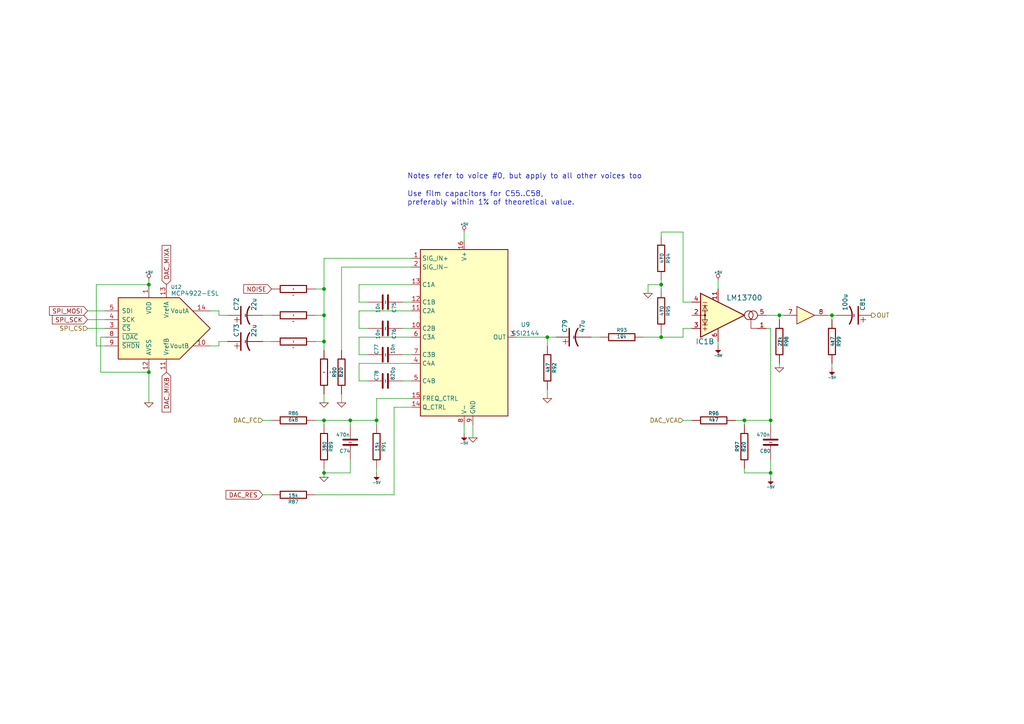
<source format=kicad_sch>
(kicad_sch (version 20230121) (generator eeschema)
  (paper "A4")
  (title_block (title "Voice for OverCycler 3") (date "2023-10-16") (rev "1") (company "GliGli's DIY"))
  (lib_symbols
    (symbol "Analog_DAC:MCP4922-ESL" (pin_names (offset 1.016))
      (property "Reference" "U" (at -10.16 10.16 0))
      (property "Value" "MCP4922-ESL" (at 3.81 10.16 0))
      (symbol "MCP4922-ESL_0_1"
        (polyline (pts (xy -11.43 8.89) (xy 6.35 8.89) (xy 15.24 0) (xy 6.35 -8.89) (xy -11.43 -8.89) (xy -11.43 8.89)) (stroke (width 0.254)) (fill (type background)))
      )
      (symbol "MCP4922-ESL_1_1"
        (pin power_in line (at -2.54 12.7 270) (length 3.81) (name "VDD") (number "1"))
        (pin passive line (at 15.24 -5.08 180) (length 5.08) (name "VoutB") (number "10"))
        (pin passive line (at 2.54 -12.7 90) (length 3.81) (name "VrefB") (number "11"))
        (pin power_in line (at -2.54 -12.7 90) (length 3.81) (name "AVSS") (number "12"))
        (pin passive line (at 2.54 12.7 270) (length 3.81) (name "VrefA") (number "13"))
        (pin passive line (at 15.24 5.08 180) (length 5.08) (name "VoutA") (number "14"))
        (pin no_connect line (at -5.08 -8.89 90) (length 2.54) hide (name "NC") (number "2"))
        (pin input line (at -15.24 0 0) (length 3.81) (name "~{CS}") (number "3"))
        (pin input line (at -15.24 2.54 0) (length 3.81) (name "SCK") (number "4"))
        (pin input line (at -15.24 5.08 0) (length 3.81) (name "SDI") (number "5"))
        (pin no_connect line (at -7.62 -8.89 90) (length 2.54) hide (name "NC") (number "6"))
        (pin no_connect line (at -10.16 -8.89 90) (length 2.54) hide (name "NC") (number "7"))
        (pin input line (at -15.24 -2.54 0) (length 3.81) (name "~{LDAC}") (number "8"))
        (pin input line (at -15.24 -5.08 0) (length 3.81) (name "~{SHDN}") (number "9"))
      )
    )
    (symbol "Audio:SSI2144"
      (property "Reference" "U" (at -10.16 26.67 0))
      (property "Value" "SSI2144" (at 6.35 26.67 0))
      (symbol "SSI2144_0_1"
        (rectangle (start -12.7 25.4) (end 12.7 -22.86) (stroke (width 0.254)) (fill (type background)))
      )
      (symbol "SSI2144_1_1"
        (pin input line (at -15.24 22.86 0) (length 2.54) (name "SIG_IN+") (number "1"))
        (pin passive line (at -15.24 2.54 0) (length 2.54) (name "C2B") (number "10"))
        (pin passive line (at -15.24 7.62 0) (length 2.54) (name "C2A") (number "11"))
        (pin passive line (at -15.24 10.16 0) (length 2.54) (name "C1B") (number "12"))
        (pin passive line (at -15.24 15.24 0) (length 2.54) (name "C1A") (number "13"))
        (pin passive line (at -15.24 -20.32 0) (length 2.54) (name "Q_CTRL") (number "14"))
        (pin passive line (at -15.24 -17.78 0) (length 2.54) (name "FREQ_CTRL") (number "15"))
        (pin power_in line (at 0 27.94 270) (length 2.54) (name "V+") (number "16"))
        (pin input line (at -15.24 20.32 0) (length 2.54) (name "SIG_IN-") (number "2"))
        (pin output line (at 15.24 0 180) (length 2.54) (name "OUT") (number "3"))
        (pin passive line (at -15.24 -7.62 0) (length 2.54) (name "C4A") (number "4"))
        (pin passive line (at -15.24 -12.7 0) (length 2.54) (name "C4B") (number "5"))
        (pin passive line (at -15.24 0 0) (length 2.54) (name "C3A") (number "6"))
        (pin passive line (at -15.24 -5.08 0) (length 2.54) (name "C3B") (number "7"))
        (pin power_in line (at 0 -25.4 90) (length 2.54) (name "V-") (number "8"))
        (pin power_in line (at 2.54 -25.4 90) (length 2.54) (name "GND") (number "9"))
      )
    )
    (symbol "overcycler2-rescue:+5V" (power) (pin_names (offset 1.016))
      (property "Value" "+5V" (at 0 2.286 0))
      (symbol "+5V_0_0"
        (pin power_in line (at 0 0 90) (length 0) hide (name "+5V") (number "1"))
      )
      (symbol "+5V_0_1"
        (polyline (pts (xy 0 0) (xy 0 0.762) (xy 0 0.762) (xy 0 0.762)))
        (circle (center 0 1.27) (radius 0.508))
      )
    )
    (symbol "overcycler2-rescue:-5V" (power) (pin_names (offset 0))
      (property "Value" "-5V" (at 0 2.794 0))
      (symbol "-5V_0_0"
        (pin power_in line (at 0 0 90) (length 0) hide (name "-5V") (number "1"))
      )
      (symbol "-5V_0_1"
        (polyline (pts (xy 0 0) (xy 0 1.27) (xy 0 1.27)))
        (polyline (pts (xy 0 2.032) (xy 0.762 1.27) (xy -0.508 1.27) (xy -0.762 1.27) (xy 0 2.032) (xy 0 2.032) (xy 0 2.032)) (fill (type outline)))
      )
    )
    (symbol "overcycler2-rescue:C" (pin_numbers hide) (pin_names (offset 0.254))
      (property "Reference" "C" (at 0 2.54 0))
      (property "Value" "C" (at 0.1524 -2.159 0))
      (symbol "C_0_1"
        (polyline (pts (xy -2.032 -0.762) (xy 2.032 -0.762)) (stroke (width 0.508)))
        (polyline (pts (xy -2.032 0.762) (xy 2.032 0.762)) (stroke (width 0.508)))
      )
      (symbol "C_1_1"
        (pin passive line (at 0 5.08 270) (length 4.318) (name "~") (number "1"))
        (pin passive line (at 0 -5.08 90) (length 4.318) (name "~") (number "2"))
      )
    )
    (symbol "overcycler2-rescue:CP1" (pin_numbers hide) (pin_names (offset 0.254) hide)
      (property "Reference" "C" (at 1.27 2.54 0))
      (property "Value" "CP1" (at 1.27 -2.54 0))
      (symbol "CP1_0_0"
        (text "+" (at -1.27 2.54 0) (effects (font (size 2.032 2.032))))
      )
      (symbol "CP1_0_1"
        (polyline (pts (xy -2.54 1.27) (xy 2.54 1.27) (xy 1.27 1.27) (xy 1.27 1.27)) (stroke (width 0.381)))
        (arc (start 2.54 -1.27) (mid 0 -0.5009) (end -2.54 -1.27) (stroke (width 0.381)))
      )
      (symbol "CP1_1_1"
        (pin passive line (at 0 5.08 270) (length 3.81) (name "~") (number "1"))
        (pin passive line (at 0 -5.08 90) (length 4.572) (name "~") (number "2"))
      )
    )
    (symbol "overcycler2-rescue:GND" (power) (pin_names (offset 0))
      (symbol "GND_0_1"
        (polyline (pts (xy -1.27 0) (xy 0 -1.27) (xy 1.27 0) (xy -1.27 0)))
      )
      (symbol "GND_1_1"
        (pin power_in line (at 0 0 90) (length 0) hide (name "GND") (number "1"))
      )
    )
    (symbol "overcycler2-rescue:LM13700" (pin_names (offset 1.016) hide)
      (property "Reference" "IC" (at -3.81 -7.62 0))
      (property "Value" "LM13700" (at 7.62 5.08 0))
      (symbol "LM13700_0_0"
        (text "+" (at -3.81 -3.81 0) (effects (font (size 1.524 1.524))))
        (text "-" (at -3.81 3.81 0) (effects (font (size 1.524 1.524))))
      )
      (symbol "LM13700_0_1"
        (circle (center -3.81 0) (radius 0.254) (fill (type outline)))
        (polyline (pts (xy -3.81 3.048) (xy -3.81 -3.048)))
        (polyline (pts (xy 11.43 -3.81) (xy 9.525 -3.81) (xy 9.525 -1.27)))
        (polyline (pts (xy -5.08 6.35) (xy -5.08 -6.35) (xy 7.62 0) (xy -5.08 6.35)) (stroke (width 0.3048)) (fill (type background)))
        (polyline (pts (xy 22.86 2.54) (xy 22.86 -2.54) (xy 27.94 0) (xy 22.86 2.54)) (stroke (width 0.2032)) (fill (type background)))
        (polyline (pts (xy -5.08 0) (xy -3.81 0) (xy -3.81 1.27) (xy -4.572 1.27) (xy -3.81 2.794) (xy -4.572 2.794) (xy -3.048 2.794) (xy -3.81 2.794) (xy -3.048 1.27) (xy -3.81 1.27) (xy -3.81 -1.27) (xy -3.048 -1.27) (xy -3.81 -2.794) (xy -3.048 -2.794) (xy -4.572 -2.794) (xy -3.81 -2.794) (xy -4.572 -1.27) (xy -3.81 -1.27)) (fill (type background)))
        (circle (center 8.89 0) (radius 1.27) (stroke (width 0.2032)))
        (circle (center 10.16 0) (radius 1.27) (stroke (width 0.2032)))
      )
      (symbol "LM13700_1_1"
        (pin input line (at 19.05 0 0) (length 3.81) (name "buffer_in") (number "10"))
        (pin power_in line (at 0 7.62 270) (length 3.81) (name "V+") (number "11"))
        (pin output line (at 13.97 0 180) (length 2.54) (name "out") (number "12"))
        (pin input line (at -7.62 3.81 0) (length 2.54) (name "-") (number "13"))
        (pin input line (at -7.62 -3.81 0) (length 2.54) (name "+") (number "14"))
        (pin input line (at -7.62 0 0) (length 2.54) (name "bias") (number "15"))
        (pin input line (at 13.97 -3.81 180) (length 2.54) (name "Iabc") (number "16"))
        (pin power_in line (at 0 -7.62 90) (length 3.81) (name "V-") (number "6"))
        (pin output line (at 31.75 0 180) (length 3.81) (name "buffer_out") (number "9"))
      )
      (symbol "LM13700_2_1"
        (pin input line (at 13.97 -3.81 180) (length 2.54) (name "Iabc") (number "1"))
        (pin power_in line (at 0 7.62 270) (length 3.81) (name "V+") (number "11"))
        (pin input line (at -7.62 0 0) (length 2.54) (name "bias") (number "2"))
        (pin input line (at -7.62 -3.81 0) (length 2.54) (name "+") (number "3"))
        (pin input line (at -7.62 3.81 0) (length 2.54) (name "-") (number "4"))
        (pin output line (at 13.97 0 180) (length 2.54) (name "out") (number "5"))
        (pin power_in line (at 0 -7.62 90) (length 3.81) (name "V-") (number "6"))
        (pin input line (at 19.05 0 0) (length 3.81) (name "buffer_in") (number "7"))
        (pin output line (at 31.75 0 180) (length 3.81) (name "buffer_out") (number "8"))
      )
    )
    (symbol "overcycler2-rescue:R" (pin_numbers hide) (pin_names (offset 0))
      (property "Reference" "R" (at 2.032 0 90))
      (property "Value" "R" (at 0.1778 0.0254 90))
      (symbol "R_0_1"
        (rectangle (start -1.016 3.81) (end 1.016 -3.81) (stroke (width 0.3048)))
      )
      (symbol "R_1_1"
        (pin passive line (at 0 6.35 270) (length 2.54) (name "~") (number "1"))
        (pin passive line (at 0 -6.35 90) (length 2.54) (name "~") (number "2"))
      )
    )
  )
  (junction (at 191.77 82.55))
  (junction (at 158.75 97.79))
  (junction (at 215.9 121.92))
  (junction (at 43.18 82.55))
  (junction (at 109.22 121.92))
  (junction (at 223.52 137.16))
  (junction (at 101.6 121.92))
  (junction (at 93.98 83.82))
  (junction (at 93.98 121.92))
  (junction (at 241.3 91.44))
  (junction (at 93.98 91.44))
  (junction (at 93.98 99.06))
  (junction (at 43.18 107.95))
  (junction (at 226.06 91.44))
  (junction (at 223.52 121.92))
  (junction (at 191.77 97.79))
  (junction (at 93.98 137.16))
  (wire (pts (xy 76.2 91.44) (xy 78.74 91.44)))
  (wire (pts (xy 104.14 95.25) (xy 104.14 90.17)))
  (wire (pts (xy 158.75 97.79) (xy 158.75 100.33)))
  (wire (pts (xy 76.2 99.06) (xy 78.74 99.06)))
  (wire (pts (xy 191.77 67.31) (xy 198.12 67.31)))
  (wire (pts (xy 158.75 113.03) (xy 158.75 115.57)))
  (wire (pts (xy 99.06 77.47) (xy 119.38 77.47)))
  (wire (pts (xy 104.14 110.49) (xy 104.14 105.41)))
  (wire (pts (xy 223.52 133.35) (xy 223.52 137.16)))
  (wire (pts (xy 93.98 74.93) (xy 119.38 74.93)))
  (wire (pts (xy 104.14 87.63) (xy 104.14 82.55)))
  (wire (pts (xy 198.12 67.31) (xy 198.12 87.63)))
  (wire (pts (xy 91.44 143.51) (xy 114.3 143.51)))
  (wire (pts (xy 104.14 90.17) (xy 119.38 90.17)))
  (wire (pts (xy 106.68 87.63) (xy 104.14 87.63)))
  (wire (pts (xy 171.45 97.79) (xy 173.99 97.79)))
  (wire (pts (xy 222.25 91.44) (xy 226.06 91.44)))
  (wire (pts (xy 215.9 137.16) (xy 215.9 135.89)))
  (wire (pts (xy 43.18 82.55) (xy 43.18 83.82)))
  (wire (pts (xy 241.3 106.68) (xy 241.3 105.41)))
  (wire (pts (xy 158.75 97.79) (xy 161.29 97.79)))
  (wire (pts (xy 226.06 92.71) (xy 226.06 91.44)))
  (wire (pts (xy 63.5 90.17) (xy 63.5 91.44)))
  (wire (pts (xy 43.18 107.95) (xy 43.18 116.84)))
  (wire (pts (xy 223.52 137.16) (xy 223.52 138.43)))
  (wire (pts (xy 25.4 92.71) (xy 30.48 92.71)))
  (wire (pts (xy 93.98 83.82) (xy 91.44 83.82)))
  (wire (pts (xy 101.6 121.92) (xy 101.6 123.19)))
  (wire (pts (xy 191.77 81.28) (xy 191.77 82.55)))
  (wire (pts (xy 29.21 97.79) (xy 30.48 97.79)))
  (wire (pts (xy 223.52 137.16) (xy 215.9 137.16)))
  (wire (pts (xy 106.68 95.25) (xy 104.14 95.25)))
  (wire (pts (xy 198.12 121.92) (xy 200.66 121.92)))
  (wire (pts (xy 29.21 107.95) (xy 43.18 107.95)))
  (wire (pts (xy 30.48 100.33) (xy 27.94 100.33)))
  (wire (pts (xy 241.3 91.44) (xy 242.57 91.44)))
  (wire (pts (xy 99.06 114.3) (xy 99.06 116.84)))
  (wire (pts (xy 99.06 77.47) (xy 99.06 101.6)))
  (wire (pts (xy 208.28 99.06) (xy 208.28 100.33)))
  (wire (pts (xy 134.62 123.19) (xy 134.62 125.73)))
  (wire (pts (xy 215.9 123.19) (xy 215.9 121.92)))
  (wire (pts (xy 226.06 105.41) (xy 226.06 106.68)))
  (wire (pts (xy 116.84 95.25) (xy 119.38 95.25)))
  (wire (pts (xy 91.44 91.44) (xy 93.98 91.44)))
  (wire (pts (xy 93.98 99.06) (xy 91.44 99.06)))
  (wire (pts (xy 187.96 82.55) (xy 187.96 85.09)))
  (wire (pts (xy 93.98 91.44) (xy 93.98 99.06)))
  (wire (pts (xy 101.6 137.16) (xy 101.6 133.35)))
  (wire (pts (xy 191.77 96.52) (xy 191.77 97.79)))
  (wire (pts (xy 93.98 74.93) (xy 93.98 83.82)))
  (wire (pts (xy 104.14 102.87) (xy 104.14 97.79)))
  (wire (pts (xy 104.14 105.41) (xy 119.38 105.41)))
  (wire (pts (xy 104.14 97.79) (xy 119.38 97.79)))
  (wire (pts (xy 63.5 100.33) (xy 63.5 99.06)))
  (wire (pts (xy 93.98 135.89) (xy 93.98 137.16)))
  (wire (pts (xy 109.22 121.92) (xy 109.22 115.57)))
  (wire (pts (xy 223.52 95.25) (xy 222.25 95.25)))
  (wire (pts (xy 43.18 106.68) (xy 43.18 107.95)))
  (wire (pts (xy 186.69 97.79) (xy 191.77 97.79)))
  (wire (pts (xy 198.12 87.63) (xy 200.66 87.63)))
  (wire (pts (xy 43.18 81.28) (xy 43.18 82.55)))
  (wire (pts (xy 226.06 91.44) (xy 227.33 91.44)))
  (wire (pts (xy 213.36 121.92) (xy 215.9 121.92)))
  (wire (pts (xy 76.2 143.51) (xy 78.74 143.51)))
  (wire (pts (xy 208.28 81.28) (xy 208.28 83.82)))
  (wire (pts (xy 116.84 87.63) (xy 119.38 87.63)))
  (wire (pts (xy 223.52 121.92) (xy 223.52 123.19)))
  (wire (pts (xy 104.14 82.55) (xy 119.38 82.55)))
  (wire (pts (xy 134.62 69.85) (xy 134.62 67.31)))
  (wire (pts (xy 198.12 95.25) (xy 200.66 95.25)))
  (wire (pts (xy 93.98 121.92) (xy 93.98 123.19)))
  (wire (pts (xy 106.68 102.87) (xy 104.14 102.87)))
  (wire (pts (xy 29.21 97.79) (xy 29.21 107.95)))
  (wire (pts (xy 116.84 110.49) (xy 119.38 110.49)))
  (wire (pts (xy 106.68 110.49) (xy 104.14 110.49)))
  (wire (pts (xy 25.4 90.17) (xy 30.48 90.17)))
  (wire (pts (xy 191.77 97.79) (xy 198.12 97.79)))
  (wire (pts (xy 149.86 97.79) (xy 158.75 97.79)))
  (wire (pts (xy 93.98 121.92) (xy 101.6 121.92)))
  (wire (pts (xy 114.3 118.11) (xy 114.3 143.51)))
  (wire (pts (xy 93.98 114.3) (xy 93.98 116.84)))
  (wire (pts (xy 223.52 95.25) (xy 223.52 121.92)))
  (wire (pts (xy 215.9 121.92) (xy 223.52 121.92)))
  (wire (pts (xy 63.5 91.44) (xy 66.04 91.44)))
  (wire (pts (xy 93.98 83.82) (xy 93.98 91.44)))
  (wire (pts (xy 240.03 91.44) (xy 241.3 91.44)))
  (wire (pts (xy 116.84 102.87) (xy 119.38 102.87)))
  (wire (pts (xy 191.77 68.58) (xy 191.77 67.31)))
  (wire (pts (xy 27.94 100.33) (xy 27.94 82.55)))
  (wire (pts (xy 241.3 91.44) (xy 241.3 92.71)))
  (wire (pts (xy 101.6 121.92) (xy 109.22 121.92)))
  (wire (pts (xy 76.2 121.92) (xy 78.74 121.92)))
  (wire (pts (xy 114.3 118.11) (xy 119.38 118.11)))
  (wire (pts (xy 137.16 123.19) (xy 137.16 127)))
  (wire (pts (xy 63.5 99.06) (xy 66.04 99.06)))
  (wire (pts (xy 93.98 99.06) (xy 93.98 101.6)))
  (wire (pts (xy 109.22 135.89) (xy 109.22 137.16)))
  (wire (pts (xy 198.12 97.79) (xy 198.12 95.25)))
  (wire (pts (xy 91.44 121.92) (xy 93.98 121.92)))
  (wire (pts (xy 27.94 82.55) (xy 43.18 82.55)))
  (wire (pts (xy 93.98 137.16) (xy 93.98 138.43)))
  (wire (pts (xy 25.4 95.25) (xy 30.48 95.25)))
  (wire (pts (xy 60.96 100.33) (xy 63.5 100.33)))
  (wire (pts (xy 93.98 137.16) (xy 101.6 137.16)))
  (wire (pts (xy 187.96 82.55) (xy 191.77 82.55)))
  (wire (pts (xy 191.77 82.55) (xy 191.77 83.82)))
  (wire (pts (xy 109.22 115.57) (xy 119.38 115.57)))
  (wire (pts (xy 60.96 90.17) (xy 63.5 90.17)))
  (wire (pts (xy 109.22 121.92) (xy 109.22 123.19)))
  (text "Use film capacitors for C55..C58,\npreferably within 1% of theoretical value." (at 118.11 59.69 0) (effects (font (size 1.524 1.524)) (justify left bottom)))
  (text "Notes refer to voice #0, but apply to all other voices too" (at 118.11 52.07 0) (effects (font (size 1.524 1.524)) (justify left bottom)))
  (global_label "SPI_MOSI" (shape input) (at 25.4 90.17 180) (property "Intersheetrefs" "${INTERSHEET_REFS}" (effects hide)))
  (global_label "NOISE" (shape input) (at 78.74 83.82 180) (property "Intersheetrefs" "${INTERSHEET_REFS}" (effects hide)))
  (global_label "SPI_SCK" (shape input) (at 25.4 92.71 180) (property "Intersheetrefs" "${INTERSHEET_REFS}" (effects hide)))
  (global_label "DAC_RES" (shape input) (at 76.2 143.51 180) (property "Intersheetrefs" "${INTERSHEET_REFS}" (effects hide)))
  (global_label "DAC_MIXA" (shape input) (at 48.26 82.55 90) (property "Intersheetrefs" "${INTERSHEET_REFS}" (effects hide)))
  (global_label "DAC_MIXB" (shape input) (at 48.26 107.95 270) (property "Intersheetrefs" "${INTERSHEET_REFS}" (effects hide)))
  (hierarchical_label "OUT" (shape output) (at 252.73 91.44 0))
  (hierarchical_label "DAC_FC" (shape input) (at 76.2 121.92 180))
  (hierarchical_label "DAC_VCA" (shape input) (at 198.12 121.92 180))
  (hierarchical_label "SPI_CS" (shape input) (at 25.4 95.25 180))
  (symbol (lib_id "overcycler2-rescue:GND") (at 137.16 127 0) (unit 1)
    (property "Reference" "#PWR0131" (effects hide))
    (property "Value" "GND" (effects hide))
    (instances (project "overcycler3" (path "" (reference "#PWR0131") (unit 1)) (path "" (reference "#PWR0115") (unit 1)) (path "" (reference "#PWR0179") (unit 1)) (path "" (reference "#PWR0163") (unit 1)) (path "" (reference "#PWR099") (unit 1)) (path "" (reference "#PWR0147") (unit 1))))
  )
  (symbol (lib_id "overcycler2-rescue:+5V") (at 134.62 67.31 0) (unit 1)
    (property "Reference" "#PWR0129" (effects hide))
    (property "Value" "+5V" (at 134.62 65.024 0) (effects (font (size 0.762 0.762))))
    (instances (project "overcycler3" (path "" (reference "#PWR0129") (unit 1)) (path "" (reference "#PWR0113") (unit 1)) (path "" (reference "#PWR0177") (unit 1)) (path "" (reference "#PWR0161") (unit 1)) (path "" (reference "#PWR097") (unit 1)) (path "" (reference "#PWR0145") (unit 1))))
  )
  (symbol (lib_id "overcycler2-rescue:-5V") (at 134.62 125.73 180) (unit 1)
    (property "Reference" "#PWR0130" (effects hide))
    (property "Value" "-5V" (at 134.62 128.524 0) (effects (font (size 0.762 0.762))))
    (instances (project "overcycler3" (path "" (reference "#PWR0130") (unit 1)) (path "" (reference "#PWR0114") (unit 1)) (path "" (reference "#PWR0178") (unit 1)) (path "" (reference "#PWR0162") (unit 1)) (path "" (reference "#PWR098") (unit 1)) (path "" (reference "#PWR0146") (unit 1))))
  )
  (symbol (lib_id "overcycler2-rescue:C") (at 111.76 87.63 270) (unit 1)
    (property "Reference" "C75" (at 114.3 87.63 0) (effects (font (size 1.016 1.016)) (justify left)))
    (property "Value" "10n" (at 109.601 87.7824 0) (effects (font (size 1.016 1.016)) (justify left)))
    (property "Footprint" "Capacitor_SMD:C_0603_1608Metric" (effects hide))
    (property "Datasheet" "~" (at 111.76 87.63 0) (effects (font (size 1.524 1.524))))
    (instances (project "overcycler3" (path "" (reference "C75") (unit 1)) (path "" (reference "C65") (unit 1)) (path "" (reference "C105") (unit 1)) (path "" (reference "C95") (unit 1)) (path "" (reference "C55") (unit 1)) (path "" (reference "C85") (unit 1))))
  )
  (symbol (lib_id "overcycler2-rescue:C") (at 111.76 95.25 270) (unit 1)
    (property "Reference" "C76" (at 114.3 95.25 0) (effects (font (size 1.016 1.016)) (justify left)))
    (property "Value" "10n" (at 109.601 95.4024 0) (effects (font (size 1.016 1.016)) (justify left)))
    (property "Footprint" "Capacitor_SMD:C_0603_1608Metric" (effects hide))
    (property "Datasheet" "~" (at 111.76 95.25 0) (effects (font (size 1.524 1.524))))
    (instances (project "overcycler3" (path "" (reference "C76") (unit 1)) (path "" (reference "C66") (unit 1)) (path "" (reference "C106") (unit 1)) (path "" (reference "C96") (unit 1)) (path "" (reference "C56") (unit 1)) (path "" (reference "C86") (unit 1))))
  )
  (symbol (lib_id "overcycler2-rescue:C") (at 111.76 102.87 90) (unit 1)
    (property "Reference" "C77" (at 109.22 102.87 0) (effects (font (size 1.016 1.016)) (justify left)))
    (property "Value" "10n" (at 113.919 102.7176 0) (effects (font (size 1.016 1.016)) (justify left)))
    (property "Footprint" "Capacitor_SMD:C_0603_1608Metric" (effects hide))
    (property "Datasheet" "~" (at 111.76 102.87 0) (effects (font (size 1.524 1.524))))
    (instances (project "overcycler3" (path "" (reference "C77") (unit 1)) (path "" (reference "C67") (unit 1)) (path "" (reference "C107") (unit 1)) (path "" (reference "C97") (unit 1)) (path "" (reference "C57") (unit 1)) (path "" (reference "C87") (unit 1))))
  )
  (symbol (lib_id "overcycler2-rescue:C") (at 111.76 110.49 90) (unit 1)
    (property "Reference" "C78" (at 109.22 110.49 0) (effects (font (size 1.016 1.016)) (justify left)))
    (property "Value" "820p" (at 113.919 110.3376 0) (effects (font (size 1.016 1.016)) (justify left)))
    (property "Footprint" "Capacitor_SMD:C_0603_1608Metric" (effects hide))
    (property "Datasheet" "~" (at 111.76 110.49 0) (effects (font (size 1.524 1.524))))
    (instances (project "overcycler3" (path "" (reference "C78") (unit 1)) (path "" (reference "C68") (unit 1)) (path "" (reference "C108") (unit 1)) (path "" (reference "C98") (unit 1)) (path "" (reference "C58") (unit 1)) (path "" (reference "C88") (unit 1))))
  )
  (symbol (lib_id "overcycler2-rescue:R") (at 99.06 107.95 180) (unit 1)
    (property "Reference" "R90" (at 97.028 107.95 90) (effects (font (size 1.016 1.016))))
    (property "Value" "820" (at 98.8822 107.9754 90) (effects (font (size 1.016 1.016))))
    (property "Footprint" "Resistor_SMD:R_0805_2012Metric" (effects hide))
    (property "Datasheet" "~" (at 99.06 107.95 0) (effects (font (size 0.762 0.762))))
    (instances (project "overcycler3" (path "" (reference "R90") (unit 1)) (path "" (reference "R73") (unit 1)) (path "" (reference "R141") (unit 1)) (path "" (reference "R124") (unit 1)) (path "" (reference "R56") (unit 1)) (path "" (reference "R107") (unit 1))))
  )
  (symbol (lib_id "overcycler2-rescue:GND") (at 99.06 116.84 0) (unit 1)
    (property "Reference" "#PWR0127" (effects hide))
    (property "Value" "GND" (effects hide))
    (instances (project "overcycler3" (path "" (reference "#PWR0127") (unit 1)) (path "" (reference "#PWR0111") (unit 1)) (path "" (reference "#PWR0175") (unit 1)) (path "" (reference "#PWR0159") (unit 1)) (path "" (reference "#PWR095") (unit 1)) (path "" (reference "#PWR0143") (unit 1))))
  )
  (symbol (lib_id "overcycler2-rescue:R") (at 93.98 129.54 0) (unit 1)
    (property "Reference" "R89" (at 96.012 129.54 90) (effects (font (size 1.016 1.016))))
    (property "Value" "390" (at 94.1578 129.5146 90) (effects (font (size 1.016 1.016))))
    (property "Footprint" "Resistor_SMD:R_0805_2012Metric" (effects hide))
    (property "Datasheet" "~" (at 93.98 129.54 0) (effects (font (size 0.762 0.762))))
    (instances (project "overcycler3" (path "" (reference "R89") (unit 1)) (path "" (reference "R72") (unit 1)) (path "" (reference "R140") (unit 1)) (path "" (reference "R123") (unit 1)) (path "" (reference "R55") (unit 1)) (path "" (reference "R106") (unit 1))))
  )
  (symbol (lib_id "overcycler2-rescue:R") (at 85.09 143.51 90) (mirror x) (unit 1)
    (property "Reference" "R87" (at 85.09 145.542 90) (effects (font (size 1.016 1.016))))
    (property "Value" "15k" (at 85.0646 143.6878 90) (effects (font (size 1.016 1.016))))
    (property "Footprint" "Resistor_SMD:R_0805_2012Metric" (effects hide))
    (property "Datasheet" "~" (at 85.09 143.51 0) (effects (font (size 0.762 0.762))))
    (instances (project "overcycler3" (path "" (reference "R87") (unit 1)) (path "" (reference "R70") (unit 1)) (path "" (reference "R138") (unit 1)) (path "" (reference "R121") (unit 1)) (path "" (reference "R53") (unit 1)) (path "" (reference "R104") (unit 1))))
  )
  (symbol (lib_id "overcycler2-rescue:R") (at 85.09 121.92 90) (unit 1)
    (property "Reference" "R86" (at 85.09 119.888 90) (effects (font (size 1.016 1.016))))
    (property "Value" "6k8" (at 85.0646 121.7422 90) (effects (font (size 1.016 1.016))))
    (property "Footprint" "Resistor_SMD:R_0805_2012Metric" (effects hide))
    (property "Datasheet" "~" (at 85.09 121.92 0) (effects (font (size 0.762 0.762))))
    (instances (project "overcycler3" (path "" (reference "R86") (unit 1)) (path "" (reference "R69") (unit 1)) (path "" (reference "R137") (unit 1)) (path "" (reference "R120") (unit 1)) (path "" (reference "R52") (unit 1)) (path "" (reference "R103") (unit 1))))
  )
  (symbol (lib_id "overcycler2-rescue:R") (at 109.22 129.54 0) (unit 1)
    (property "Reference" "R91" (at 111.252 129.54 90) (effects (font (size 1.016 1.016))))
    (property "Value" "15k" (at 109.3978 129.5146 90) (effects (font (size 1.016 1.016))))
    (property "Footprint" "Resistor_SMD:R_0805_2012Metric" (effects hide))
    (property "Datasheet" "~" (at 109.22 129.54 0) (effects (font (size 0.762 0.762))))
    (instances (project "overcycler3" (path "" (reference "R91") (unit 1)) (path "" (reference "R74") (unit 1)) (path "" (reference "R142") (unit 1)) (path "" (reference "R125") (unit 1)) (path "" (reference "R57") (unit 1)) (path "" (reference "R108") (unit 1))))
  )
  (symbol (lib_id "overcycler2-rescue:-5V") (at 223.52 138.43 180) (unit 1)
    (property "Reference" "#PWR0136" (effects hide))
    (property "Value" "-5V" (at 223.52 141.224 0) (effects (font (size 0.762 0.762))))
    (instances (project "overcycler3" (path "" (reference "#PWR0136") (unit 1)) (path "" (reference "#PWR0120") (unit 1)) (path "" (reference "#PWR0184") (unit 1)) (path "" (reference "#PWR0168") (unit 1)) (path "" (reference "#PWR0104") (unit 1)) (path "" (reference "#PWR0152") (unit 1))))
  )
  (symbol (lib_id "overcycler2-rescue:CP1") (at 166.37 97.79 90) (unit 1)
    (property "Reference" "C79" (at 163.83 96.52 0) (effects (justify left)))
    (property "Value" "47u" (at 168.91 96.52 0) (effects (justify left)))
    (property "Footprint" "Capacitor_SMD:C_1206_3216Metric" (effects hide))
    (property "Datasheet" "~" (at 166.37 97.79 0) (effects (font (size 1.524 1.524))))
    (instances (project "overcycler3" (path "" (reference "C79") (unit 1)) (path "" (reference "C69") (unit 1)) (path "" (reference "C109") (unit 1)) (path "" (reference "C99") (unit 1)) (path "" (reference "C59") (unit 1)) (path "" (reference "C89") (unit 1))))
  )
  (symbol (lib_id "overcycler2-rescue:R") (at 158.75 106.68 0) (unit 1)
    (property "Reference" "R92" (at 160.782 106.68 90) (effects (font (size 1.016 1.016))))
    (property "Value" "4k7" (at 158.9278 106.6546 90) (effects (font (size 1.016 1.016))))
    (property "Footprint" "Resistor_SMD:R_0805_2012Metric" (effects hide))
    (property "Datasheet" "~" (at 158.75 106.68 0) (effects (font (size 0.762 0.762))))
    (instances (project "overcycler3" (path "" (reference "R92") (unit 1)) (path "" (reference "R75") (unit 1)) (path "" (reference "R143") (unit 1)) (path "" (reference "R126") (unit 1)) (path "" (reference "R58") (unit 1)) (path "" (reference "R109") (unit 1))))
  )
  (symbol (lib_id "Analog_DAC:MCP4922-ESL") (at 45.72 95.25 0) (unit 1)
    (property "Reference" "U12" (at 49.53 83.82 0) (effects (font (size 1.016 1.016)) (justify left bottom)))
    (property "Value" "MCP4922-ESL" (at 49.53 85.09 0) (effects (justify left)))
    (property "Footprint" "Package_SO:SO-14_3.9x8.65mm_P1.27mm" (effects hide))
    (property "Datasheet" "http://ww1.microchip.com/downloads/en/devicedoc/21897a.pdf" (effects hide))
    (instances (project "overcycler3" (path "" (reference "U12") (unit 1)) (path "" (reference "U10") (unit 1)) (path "" (reference "U18") (unit 1)) (path "" (reference "U16") (unit 1)) (path "" (reference "U8") (unit 1)) (path "" (reference "U14") (unit 1))))
  )
  (symbol (lib_id "overcycler2-rescue:R") (at 85.09 91.44 90) (unit 1)
    (property "Reference" "R84" (at 85.09 88.9 90) (effects (font (size 1.524 1.524))))
    (property "Value" "15k" (at 85.09 91.44 90) (effects (font (size 1.524 1.524))))
    (property "Footprint" "Resistor_SMD:R_0805_2012Metric" (effects hide))
    (property "Reference" "R" (effects hide))
    (property "Value" "15k" (effects hide))
    (property "Footprint" "~" (at 85.09 93.218 90) (effects (font (size 0.762 0.762))))
    (property "Datasheet" "~" (at 85.09 91.44 0) (effects (font (size 0.762 0.762))))
    (instances (project "overcycler3" (path "" (reference "R84") (unit 1)) (path "" (reference "R67") (unit 1)) (path "" (reference "R135") (unit 1)) (path "" (reference "R118") (unit 1)) (path "" (reference "R50") (unit 1)) (path "" (reference "R101") (unit 1))))
  )
  (symbol (lib_id "overcycler2-rescue:CP1") (at 71.12 91.44 90) (unit 1)
    (property "Reference" "C72" (at 68.58 90.17 0) (effects (justify left)))
    (property "Value" "22u" (at 73.66 90.17 0) (effects (justify left)))
    (property "Footprint" "Capacitor_SMD:C_0805_2012Metric" (effects hide))
    (property "Datasheet" "~" (at 71.12 91.44 0) (effects (font (size 1.524 1.524))))
    (instances (project "overcycler3" (path "" (reference "C72") (unit 1)) (path "" (reference "C62") (unit 1)) (path "" (reference "C102") (unit 1)) (path "" (reference "C92") (unit 1)) (path "" (reference "C52") (unit 1)) (path "" (reference "C82") (unit 1))))
  )
  (symbol (lib_id "overcycler2-rescue:+5V") (at 43.18 81.28 0) (unit 1)
    (property "Reference" "#PWR0123" (effects hide))
    (property "Value" "+5V" (at 43.18 78.994 0) (effects (font (size 0.762 0.762))))
    (instances (project "overcycler3" (path "" (reference "#PWR0123") (unit 1)) (path "" (reference "#PWR0107") (unit 1)) (path "" (reference "#PWR0171") (unit 1)) (path "" (reference "#PWR0155") (unit 1)) (path "" (reference "#PWR091") (unit 1)) (path "" (reference "#PWR0139") (unit 1))))
  )
  (symbol (lib_id "overcycler2-rescue:GND") (at 43.18 116.84 0) (unit 1)
    (property "Reference" "#PWR0124" (effects hide))
    (property "Value" "GND" (effects hide))
    (instances (project "overcycler3" (path "" (reference "#PWR0124") (unit 1)) (path "" (reference "#PWR0108") (unit 1)) (path "" (reference "#PWR0172") (unit 1)) (path "" (reference "#PWR0156") (unit 1)) (path "" (reference "#PWR092") (unit 1)) (path "" (reference "#PWR0140") (unit 1))))
  )
  (symbol (lib_id "overcycler2-rescue:CP1") (at 71.12 99.06 90) (unit 1)
    (property "Reference" "C73" (at 68.58 97.79 0) (effects (justify left)))
    (property "Value" "22u" (at 73.66 97.79 0) (effects (justify left)))
    (property "Footprint" "Capacitor_SMD:C_0805_2012Metric" (effects hide))
    (property "Datasheet" "~" (at 71.12 99.06 0) (effects (font (size 1.524 1.524))))
    (instances (project "overcycler3" (path "" (reference "C73") (unit 1)) (path "" (reference "C63") (unit 1)) (path "" (reference "C103") (unit 1)) (path "" (reference "C93") (unit 1)) (path "" (reference "C53") (unit 1)) (path "" (reference "C83") (unit 1))))
  )
  (symbol (lib_id "overcycler2-rescue:R") (at 85.09 99.06 90) (unit 1)
    (property "Reference" "R85" (at 85.09 96.52 90) (effects (font (size 1.524 1.524))))
    (property "Value" "15k" (at 85.09 99.06 90) (effects (font (size 1.524 1.524))))
    (property "Footprint" "Resistor_SMD:R_0805_2012Metric" (effects hide))
    (property "Reference" "R" (effects hide))
    (property "Value" "15k" (effects hide))
    (property "Footprint" "~" (at 85.09 100.838 90) (effects (font (size 0.762 0.762))))
    (property "Datasheet" "~" (at 85.09 99.06 0) (effects (font (size 0.762 0.762))))
    (instances (project "overcycler3" (path "" (reference "R85") (unit 1)) (path "" (reference "R68") (unit 1)) (path "" (reference "R136") (unit 1)) (path "" (reference "R119") (unit 1)) (path "" (reference "R51") (unit 1)) (path "" (reference "R102") (unit 1))))
  )
  (symbol (lib_id "overcycler2-rescue:R") (at 85.09 83.82 90) (unit 1)
    (property "Reference" "R83" (at 85.09 81.28 90) (effects (font (size 1.524 1.524))))
    (property "Value" "22k" (at 85.09 83.82 90) (effects (font (size 1.524 1.524))))
    (property "Footprint" "Resistor_SMD:R_0805_2012Metric" (effects hide))
    (property "Reference" "R" (effects hide))
    (property "Value" "15k" (effects hide))
    (property "Footprint" "~" (at 85.09 85.598 90) (effects (font (size 0.762 0.762))))
    (property "Datasheet" "~" (at 85.09 83.82 0) (effects (font (size 0.762 0.762))))
    (instances (project "overcycler3" (path "" (reference "R83") (unit 1)) (path "" (reference "R66") (unit 1)) (path "" (reference "R134") (unit 1)) (path "" (reference "R117") (unit 1)) (path "" (reference "R49") (unit 1)) (path "" (reference "R100") (unit 1))))
  )
  (symbol (lib_id "overcycler2-rescue:R") (at 93.98 107.95 180) (unit 1)
    (property "Reference" "R88" (at 91.44 107.95 90) (effects (font (size 1.524 1.524))))
    (property "Value" "820" (at 93.98 107.95 90) (effects (font (size 1.524 1.524))))
    (property "Footprint" "Resistor_SMD:R_0805_2012Metric" (effects hide))
    (property "Reference" "R" (effects hide))
    (property "Value" "15k" (effects hide))
    (property "Footprint" "~" (at 95.758 107.95 90) (effects (font (size 0.762 0.762))))
    (property "Datasheet" "~" (at 93.98 107.95 0) (effects (font (size 0.762 0.762))))
    (instances (project "overcycler3" (path "" (reference "R88") (unit 1)) (path "" (reference "R71") (unit 1)) (path "" (reference "R139") (unit 1)) (path "" (reference "R122") (unit 1)) (path "" (reference "R54") (unit 1)) (path "" (reference "R105") (unit 1))))
  )
  (symbol (lib_id "overcycler2-rescue:LM13700") (at 208.28 91.44 0) (unit 2)
    (property "Reference" "IC1" (at 204.47 99.06 0) (effects (font (size 1.524 1.524))))
    (property "Value" "LM13700" (at 215.9 86.36 0) (effects (font (size 1.524 1.524))))
    (property "Footprint" "Package_SO:SO-16_3.9x9.9mm_P1.27mm" (effects hide))
    (instances (project "overcycler3" (path "" (reference "IC1") (unit 2)) (path "" (reference "IC2") (unit 2)) (path "" (reference "IC3") (unit 2)) (path "" (reference "IC2") (unit 1)) (path "" (reference "IC1") (unit 1)) (path "" (reference "IC3") (unit 1))))
  )
  (symbol (lib_id "overcycler2-rescue:R") (at 207.01 121.92 90) (unit 1)
    (property "Reference" "R96" (at 207.01 119.888 90) (effects (font (size 1.016 1.016))))
    (property "Value" "4k7" (at 206.9846 121.7422 90) (effects (font (size 1.016 1.016))))
    (property "Footprint" "Resistor_SMD:R_0805_2012Metric" (effects hide))
    (property "Datasheet" "~" (at 207.01 121.92 0) (effects (font (size 0.762 0.762))))
    (instances (project "overcycler3" (path "" (reference "R96") (unit 1)) (path "" (reference "R79") (unit 1)) (path "" (reference "R147") (unit 1)) (path "" (reference "R130") (unit 1)) (path "" (reference "R62") (unit 1)) (path "" (reference "R113") (unit 1))))
  )
  (symbol (lib_id "overcycler2-rescue:R") (at 215.9 129.54 180) (unit 1)
    (property "Reference" "R97" (at 213.868 129.54 90) (effects (font (size 1.016 1.016))))
    (property "Value" "820" (at 215.7222 129.5654 90) (effects (font (size 1.016 1.016))))
    (property "Footprint" "Resistor_SMD:R_0805_2012Metric" (effects hide))
    (property "Datasheet" "~" (at 215.9 129.54 0) (effects (font (size 0.762 0.762))))
    (instances (project "overcycler3" (path "" (reference "R97") (unit 1)) (path "" (reference "R80") (unit 1)) (path "" (reference "R148") (unit 1)) (path "" (reference "R131") (unit 1)) (path "" (reference "R63") (unit 1)) (path "" (reference "R114") (unit 1))))
  )
  (symbol (lib_id "overcycler2-rescue:C") (at 223.52 128.27 180) (unit 1)
    (property "Reference" "C80" (at 223.52 130.81 0) (effects (font (size 1.016 1.016)) (justify left)))
    (property "Value" "470n" (at 223.3676 126.111 0) (effects (font (size 1.016 1.016)) (justify left)))
    (property "Footprint" "Capacitor_SMD:C_0805_2012Metric" (effects hide))
    (property "Datasheet" "~" (at 223.52 128.27 0) (effects (font (size 1.524 1.524))))
    (instances (project "overcycler3" (path "" (reference "C80") (unit 1)) (path "" (reference "C70") (unit 1)) (path "" (reference "C110") (unit 1)) (path "" (reference "C100") (unit 1)) (path "" (reference "C60") (unit 1)) (path "" (reference "C90") (unit 1))))
  )
  (symbol (lib_id "overcycler2-rescue:+5V") (at 208.28 81.28 0) (unit 1)
    (property "Reference" "#PWR0134" (effects hide))
    (property "Value" "+5V" (at 208.28 78.994 0) (effects (font (size 0.762 0.762))))
    (instances (project "overcycler3" (path "" (reference "#PWR0134") (unit 1)) (path "" (reference "#PWR0118") (unit 1)) (path "" (reference "#PWR0182") (unit 1)) (path "" (reference "#PWR0166") (unit 1)) (path "" (reference "#PWR0102") (unit 1)) (path "" (reference "#PWR0150") (unit 1))))
  )
  (symbol (lib_id "overcycler2-rescue:-5V") (at 208.28 100.33 180) (unit 1)
    (property "Reference" "#PWR0135" (effects hide))
    (property "Value" "-5V" (at 208.28 103.124 0) (effects (font (size 0.762 0.762))))
    (instances (project "overcycler3" (path "" (reference "#PWR0135") (unit 1)) (path "" (reference "#PWR0119") (unit 1)) (path "" (reference "#PWR0183") (unit 1)) (path "" (reference "#PWR0167") (unit 1)) (path "" (reference "#PWR0103") (unit 1)) (path "" (reference "#PWR0151") (unit 1))))
  )
  (symbol (lib_id "overcycler2-rescue:R") (at 226.06 99.06 0) (unit 1)
    (property "Reference" "R98" (at 228.092 99.06 90) (effects (font (size 1.016 1.016))))
    (property "Value" "22k" (at 226.2378 99.0346 90) (effects (font (size 1.016 1.016))))
    (property "Footprint" "Resistor_SMD:R_0805_2012Metric" (effects hide))
    (property "Datasheet" "~" (at 226.06 99.06 0) (effects (font (size 0.762 0.762))))
    (instances (project "overcycler3" (path "" (reference "R98") (unit 1)) (path "" (reference "R81") (unit 1)) (path "" (reference "R149") (unit 1)) (path "" (reference "R132") (unit 1)) (path "" (reference "R64") (unit 1)) (path "" (reference "R115") (unit 1))))
  )
  (symbol (lib_id "overcycler2-rescue:R") (at 241.3 99.06 0) (unit 1)
    (property "Reference" "R99" (at 243.332 99.06 90) (effects (font (size 1.016 1.016))))
    (property "Value" "4k7" (at 241.4778 99.0346 90) (effects (font (size 1.016 1.016))))
    (property "Footprint" "Resistor_SMD:R_0805_2012Metric" (effects hide))
    (property "Datasheet" "~" (at 241.3 99.06 0) (effects (font (size 0.762 0.762))))
    (instances (project "overcycler3" (path "" (reference "R99") (unit 1)) (path "" (reference "R82") (unit 1)) (path "" (reference "R150") (unit 1)) (path "" (reference "R133") (unit 1)) (path "" (reference "R65") (unit 1)) (path "" (reference "R116") (unit 1))))
  )
  (symbol (lib_id "overcycler2-rescue:GND") (at 187.96 85.09 0) (unit 1)
    (property "Reference" "#PWR0133" (effects hide))
    (property "Value" "GND" (effects hide))
    (instances (project "overcycler3" (path "" (reference "#PWR0133") (unit 1)) (path "" (reference "#PWR0117") (unit 1)) (path "" (reference "#PWR0181") (unit 1)) (path "" (reference "#PWR0165") (unit 1)) (path "" (reference "#PWR0101") (unit 1)) (path "" (reference "#PWR0149") (unit 1))))
  )
  (symbol (lib_id "overcycler2-rescue:GND") (at 226.06 106.68 0) (unit 1)
    (property "Reference" "#PWR0137" (effects hide))
    (property "Value" "GND" (effects hide))
    (instances (project "overcycler3" (path "" (reference "#PWR0137") (unit 1)) (path "" (reference "#PWR0121") (unit 1)) (path "" (reference "#PWR0185") (unit 1)) (path "" (reference "#PWR0169") (unit 1)) (path "" (reference "#PWR0105") (unit 1)) (path "" (reference "#PWR0153") (unit 1))))
  )
  (symbol (lib_id "overcycler2-rescue:CP1") (at 247.65 91.44 270) (mirror x) (unit 1)
    (property "Reference" "C81" (at 250.19 90.17 0) (effects (justify left)))
    (property "Value" "100u" (at 245.11 90.17 0) (effects (justify left)))
    (property "Footprint" "Capacitor_Tantalum_SMD:CP_EIA-3528-21_Kemet-B" (effects hide))
    (property "Datasheet" "~" (at 247.65 91.44 0) (effects (font (size 1.524 1.524))))
    (instances (project "overcycler3" (path "" (reference "C81") (unit 1)) (path "" (reference "C71") (unit 1)) (path "" (reference "C111") (unit 1)) (path "" (reference "C101") (unit 1)) (path "" (reference "C61") (unit 1)) (path "" (reference "C91") (unit 1))))
  )
  (symbol (lib_id "overcycler2-rescue:R") (at 180.34 97.79 90) (unit 1)
    (property "Reference" "R93" (at 180.34 95.758 90) (effects (font (size 1.016 1.016))))
    (property "Value" "10k" (at 180.3146 97.6122 90) (effects (font (size 1.016 1.016))))
    (property "Footprint" "Resistor_SMD:R_0805_2012Metric" (effects hide))
    (property "Datasheet" "~" (at 180.34 97.79 0) (effects (font (size 0.762 0.762))))
    (instances (project "overcycler3" (path "" (reference "R93") (unit 1)) (path "" (reference "R76") (unit 1)) (path "" (reference "R144") (unit 1)) (path "" (reference "R127") (unit 1)) (path "" (reference "R59") (unit 1)) (path "" (reference "R110") (unit 1))))
  )
  (symbol (lib_id "overcycler2-rescue:-5V") (at 241.3 106.68 180) (unit 1)
    (property "Reference" "#PWR0138" (effects hide))
    (property "Value" "-5V" (at 241.3 109.474 0) (effects (font (size 0.762 0.762))))
    (instances (project "overcycler3" (path "" (reference "#PWR0138") (unit 1)) (path "" (reference "#PWR0122") (unit 1)) (path "" (reference "#PWR0186") (unit 1)) (path "" (reference "#PWR0170") (unit 1)) (path "" (reference "#PWR0106") (unit 1)) (path "" (reference "#PWR0154") (unit 1))))
  )
  (symbol (lib_id "overcycler2-rescue:C") (at 101.6 128.27 180) (unit 1)
    (property "Reference" "C74" (at 101.6 130.81 0) (effects (font (size 1.016 1.016)) (justify left)))
    (property "Value" "470n" (at 101.4476 126.111 0) (effects (font (size 1.016 1.016)) (justify left)))
    (property "Footprint" "Capacitor_SMD:C_0805_2012Metric" (effects hide))
    (property "Datasheet" "~" (at 101.6 128.27 0) (effects (font (size 1.524 1.524))))
    (instances (project "overcycler3" (path "" (reference "C74") (unit 1)) (path "" (reference "C64") (unit 1)) (path "" (reference "C104") (unit 1)) (path "" (reference "C94") (unit 1)) (path "" (reference "C54") (unit 1)) (path "" (reference "C84") (unit 1))))
  )
  (symbol (lib_id "overcycler2-rescue:GND") (at 93.98 138.43 0) (unit 1)
    (property "Reference" "#PWR0126" (effects hide))
    (property "Value" "GND" (effects hide))
    (instances (project "overcycler3" (path "" (reference "#PWR0126") (unit 1)) (path "" (reference "#PWR0110") (unit 1)) (path "" (reference "#PWR0174") (unit 1)) (path "" (reference "#PWR0158") (unit 1)) (path "" (reference "#PWR094") (unit 1)) (path "" (reference "#PWR0142") (unit 1))))
  )
  (symbol (lib_id "overcycler2-rescue:-5V") (at 109.22 137.16 180) (unit 1)
    (property "Reference" "#PWR0128" (effects hide))
    (property "Value" "-5V" (at 109.22 139.954 0) (effects (font (size 0.762 0.762))))
    (instances (project "overcycler3" (path "" (reference "#PWR0128") (unit 1)) (path "" (reference "#PWR0112") (unit 1)) (path "" (reference "#PWR0176") (unit 1)) (path "" (reference "#PWR0160") (unit 1)) (path "" (reference "#PWR096") (unit 1)) (path "" (reference "#PWR0144") (unit 1))))
  )
  (symbol (lib_id "overcycler2-rescue:GND") (at 158.75 115.57 0) (unit 1)
    (property "Reference" "#PWR0100" (effects hide))
    (property "Value" "GND" (effects hide))
    (instances (project "overcycler3" (path "" (reference "#PWR0100") (unit 1)) (path "" (reference "#PWR0116") (unit 1)) (path "" (reference "#PWR0180") (unit 1)) (path "" (reference "#PWR0164") (unit 1)) (path "" (reference "#PWR0132") (unit 1)) (path "" (reference "#PWR0148") (unit 1))))
  )
  (symbol (lib_id "overcycler2-rescue:GND") (at 93.98 116.84 0) (unit 1)
    (property "Reference" "#PWR0125" (effects hide))
    (property "Value" "GND" (effects hide))
    (instances (project "overcycler3" (path "" (reference "#PWR0125") (unit 1)) (path "" (reference "#PWR0109") (unit 1)) (path "" (reference "#PWR0173") (unit 1)) (path "" (reference "#PWR0157") (unit 1)) (path "" (reference "#PWR093") (unit 1)) (path "" (reference "#PWR0141") (unit 1))))
  )
  (symbol (lib_id "overcycler2-rescue:R") (at 191.77 90.17 0) (unit 1)
    (property "Reference" "R95" (at 193.802 90.17 90) (effects (font (size 1.016 1.016))))
    (property "Value" "470" (at 191.9478 90.1446 90) (effects (font (size 1.016 1.016))))
    (property "Footprint" "Resistor_SMD:R_0805_2012Metric" (effects hide))
    (property "Datasheet" "~" (at 191.77 90.17 0) (effects (font (size 0.762 0.762))))
    (instances (project "overcycler3" (path "" (reference "R95") (unit 1)) (path "" (reference "R78") (unit 1)) (path "" (reference "R146") (unit 1)) (path "" (reference "R129") (unit 1)) (path "" (reference "R61") (unit 1)) (path "" (reference "R112") (unit 1))))
  )
  (symbol (lib_id "Audio:SSI2144") (at 134.62 97.79 0) (unit 1)
    (property "Reference" "U9" (at 152.4 94.1421 0))
    (property "Value" "SSI2144" (at 152.4 96.6821 0))
    (property "Footprint" "Package_SO:SSOP-16_3.9x4.9mm_P0.635mm" (effects hide))
    (property "Datasheet" "http://www.soundsemiconductor.com/downloads/ssi2144datasheet.pdf" (effects hide))
    (instances (project "overcycler3" (path "" (reference "U9") (unit 1)) (path "" (reference "U11") (unit 1)) (path "" (reference "U13") (unit 1)) (path "" (reference "U15") (unit 1)) (path "" (reference "U17") (unit 1)) (path "" (reference "U19") (unit 1))))
  )
  (symbol (lib_id "overcycler2-rescue:R") (at 191.77 74.93 0) (unit 1)
    (property "Reference" "R94" (at 193.802 74.93 90) (effects (font (size 1.016 1.016))))
    (property "Value" "470" (at 191.9478 74.9046 90) (effects (font (size 1.016 1.016))))
    (property "Footprint" "Resistor_SMD:R_0805_2012Metric" (effects hide))
    (property "Datasheet" "~" (at 191.77 74.93 0) (effects (font (size 0.762 0.762))))
    (instances (project "overcycler3" (path "" (reference "R94") (unit 1)) (path "" (reference "R77") (unit 1)) (path "" (reference "R145") (unit 1)) (path "" (reference "R128") (unit 1)) (path "" (reference "R60") (unit 1)) (path "" (reference "R111") (unit 1))))
  )
)
</source>
